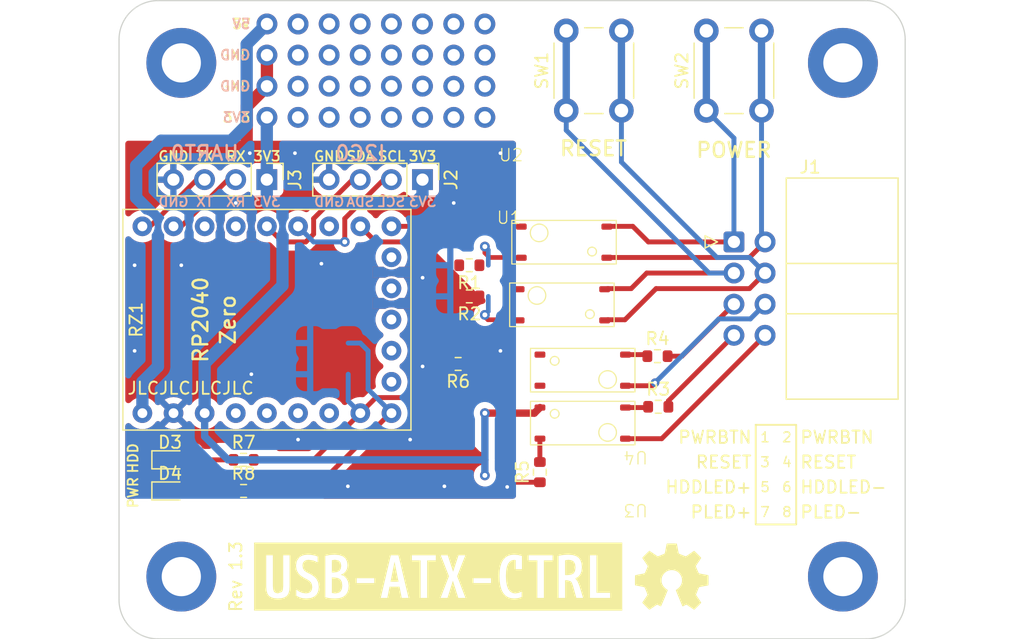
<source format=kicad_pcb>
(kicad_pcb (version 20221018) (generator pcbnew)
  (title_block (title "USB-ATX-CTRL") (date "2022-12-17") (rev "1.3"))
  (layers (0 "F.Cu" signal "Front") (31 "B.Cu" signal "Back") (34 "B.Paste" user) (35 "F.Paste" user) (36 "B.SilkS" user "B.Silkscreen") (37 "F.SilkS" user "F.Silkscreen") (38 "B.Mask" user) (39 "F.Mask" user) (44 "Edge.Cuts" user))
  (property "title" "ATX")
  (net 0 "")
  (net 1 "GND")
  (net 2 "Net-(D3-A)")
  (net 3 "Net-(D4-A)")
  (net 4 "Net-(U2-C)")
  (net 5 "Net-(U1-C)")
  (net 6 "Net-(U3-C)")
  (net 7 "Net-(U4-C)")
  (net 16 "+3.3V")
  (net 17 "/SCL")
  (net 18 "/SDA")
  (net 19 "/RX")
  (net 20 "/TX")
  (net 21 "+5V")
  (net 24 "/PWR_LED_N")
  (net 25 "/HDD_LED_N")
  (net 26 "/HDD_LED_P")
  (net 27 "/PWR_LED_P")
  (net 28 "/RST_GND")
  (net 29 "/~{POWER}")
  (net 30 "/~{RESET}")
  (net 31 "/PWR_GND")
  (net 32 "/GPIO8")
  (net 33 "/GPIO7")
  (net 34 "/GPIO15")
  (net 35 "/GPIO14")
  (footprint "" (layer "F.Cu") (at 93.98 29.850684)
    (fp_text reference "" (at 0 0) (layer "F.SilkS") (effects (font (size 1.27 1.27))))
    (fp_text value "" (at 0 0) (layer "F.SilkS") (effects (font (size 1.27 1.27))))
    (pad "" thru_hole circle locked (at 0 0) (size 1.7 1.7) (drill 1) (layers "*.Cu" "*.Mask"))
  )
  (footprint "" (layer "F.Cu") (at 101.595906 37.45882)
    (fp_text reference "" (at 0 0) (layer "F.SilkS") (effects (font (size 1.27 1.27))))
    (fp_text value "" (at 0 0) (layer "F.SilkS") (effects (font (size 1.27 1.27))))
    (pad "" thru_hole circle locked (at 0 0) (size 1.7 1.7) (drill 1) (layers "F&B.Cu" "*.Mask"))
  )
  (footprint "Resistor_SMD:R_0603_1608Metric" (layer "F.Cu") (at 89.535 67.945)
    (fp_text reference "R8" (at 0 -1.43) (layer "F.SilkS"))
    (fp_text value "560R")
    (pad "1" smd roundrect (at -0.825 0) (size 0.8 0.95) (layers "F.Cu" "F.Paste" "F.Mask") (net 3 "Net-(D4-A)"))
    (pad "2" smd roundrect (at 0.825 0) (size 0.8 0.95) (layers "F.Cu" "F.Paste" "F.Mask") (net 35 "/GPIO14"))
  )
  (footprint "" (layer "F.Cu") (at 93.98 37.465)
    (fp_text reference "" (at 0 0) (layer "F.SilkS") (effects (font (size 1.27 1.27))))
    (fp_text value "" (at 0 0) (layer "F.SilkS") (effects (font (size 1.27 1.27))))
    (pad "" thru_hole circle locked (at 0 0) (size 1.7 1.7) (drill 1) (layers "F&B.Cu" "*.Mask"))
  )
  (footprint "TestPoint:TestPoint_THTPad_D1.5mm_Drill0.7mm" (layer "F.Cu") (at 91.44 32.385)
    (fp_text reference "REF**" hide)
    (fp_text value "TestPoint_THTPad_D1.5mm_Drill0.7mm" hide)
    (pad "" thru_hole circle locked (at 0 0) (size 1.7 1.7) (drill 1) (layers "*.Cu" "*.Mask") (net 1 "GND"))
  )
  (footprint "000:TLP172GM" (layer "F.Cu") (at 121.5215 64.693 180)
    (fp_text reference "U4" (at 0 -0.5 180 unlocked) (layer "F.SilkS") (effects (font (thickness 0.1))))
    (fp_text value "TLP172GM")
    (pad "1" smd roundrect (at 0.8365 5.332 180) (size 0.867 0.504) (layers "F.Cu" "F.Paste" "F.Mask") (net 25 "/HDD_LED_N"))
    (pad "3" smd roundrect (at 0.8285 7.872 180) (size 0.883 0.504) (layers "F.Cu" "F.Paste" "F.Mask") (net 7 "Net-(U4-C)"))
    (pad "4" smd roundrect (at 7.8075 7.872 180) (size 0.883 0.504) (layers "F.Cu" "F.Paste" "F.Mask") (net 16 "+3.3V"))
    (pad "6" smd roundrect (at 7.8075 5.334 180) (size 0.883 0.5) (layers "F.Cu" "F.Paste" "F.Mask") (net 34 "/GPIO15"))
  )
  (footprint "Connector_PinHeader_2.54mm:PinHeader_1x04_P2.54mm_Vertical" (layer "F.Cu") (at 104.13 42.545 -90)
    (fp_text reference "J2" (at 0 -2.33 90) (layer "F.SilkS"))
    (fp_text value "I2C0")
    (pad "1" thru_hole rect (at 0 0 270) (size 1.7 1.7) (drill 1) (layers "*.Cu" "*.Mask") (net 16 "+3.3V"))
    (pad "2" thru_hole oval (at 0 2.54 270) (size 1.7 1.7) (drill 1) (layers "*.Cu" "*.Mask") (net 17 "/SCL"))
    (pad "3" thru_hole oval (at 0 5.08 270) (size 1.7 1.7) (drill 1) (layers "*.Cu" "*.Mask") (net 18 "/SDA"))
    (pad "4" thru_hole oval (at 0 7.62 270) (size 1.7 1.7) (drill 1) (layers "*.Cu" "*.Mask") (net 1 "GND"))
  )
  (footprint "Connector_IDC:IDC-Header_2x04_P2.54mm_Horizontal" (layer "F.Cu") (at 129.54 47.625)
    (fp_text reference "J1" (at 6.215 -6.1) (layer "F.SilkS"))
    (fp_text value "ATX")
    (pad "1" thru_hole roundrect (at 0 0) (size 1.7 1.7) (drill 1) (layers "*.Cu" "*.Mask") (roundrect_rratio 0.1470588235) (net 29 "/~{POWER}"))
    (pad "2" thru_hole circle (at 2.54 0) (size 1.7 1.7) (drill 1) (layers "*.Cu" "*.Mask") (net 31 "/PWR_GND"))
    (pad "3" thru_hole circle (at 0 2.54) (size 1.7 1.7) (drill 1) (layers "*.Cu" "*.Mask") (net 30 "/~{RESET}"))
    (pad "4" thru_hole circle (at 2.54 2.54) (size 1.7 1.7) (drill 1) (layers "*.Cu" "*.Mask") (net 28 "/RST_GND"))
    (pad "5" thru_hole circle (at 0 5.08) (size 1.7 1.7) (drill 1) (layers "*.Cu" "*.Mask") (net 26 "/HDD_LED_P"))
    (pad "6" thru_hole circle (at 2.54 5.08) (size 1.7 1.7) (drill 1) (layers "*.Cu" "*.Mask") (net 25 "/HDD_LED_N"))
    (pad "7" thru_hole circle (at 0 7.62) (size 1.7 1.7) (drill 1) (layers "*.Cu" "*.Mask") (net 27 "/PWR_LED_P"))
    (pad "8" thru_hole circle (at 2.54 7.62) (size 1.7 1.7) (drill 1) (layers "*.Cu" "*.Mask") (net 24 "/PWR_LED_N"))
  )
  (footprint "" (layer "F.Cu") (at 101.595906 32.37882)
    (fp_text reference "" (at 0 0) (layer "F.SilkS") (effects (font (size 1.27 1.27))))
    (fp_text value "" (at 0 0) (layer "F.SilkS") (effects (font (size 1.27 1.27))))
    (pad "" thru_hole circle locked (at 0 0) (size 1.7 1.7) (drill 1) (layers "F&B.Cu" "*.Mask"))
  )
  (footprint "MountingHole:MountingHole_3.2mm_M3_ISO7380_Pad" (layer "F.Cu") (at 138.43 74.93)
    (fp_text reference "REF**" hide)
    (fp_text value "MountingHole_3.2mm_M3_ISO7380_Pad")
    (pad "" thru_hole circle locked (at 0 0) (size 5.7 5.7) (drill 3.2) (layers "*.Cu" "*.Mask"))
  )
  (footprint "Resistor_SMD:R_0603_1608Metric" (layer "F.Cu") (at 123.366 61.077)
    (fp_text reference "R3" (at 0 -1.43) (layer "F.SilkS"))
    (fp_text value "560R")
    (pad "1" smd roundrect (at -0.825 0) (size 0.8 0.95) (layers "F.Cu" "F.Paste" "F.Mask") (net 6 "Net-(U3-C)"))
    (pad "2" smd roundrect (at 0.825 0) (size 0.8 0.95) (layers "F.Cu" "F.Paste" "F.Mask") (net 27 "/PWR_LED_P"))
  )
  (footprint "" (layer "F.Cu") (at 104.13057 32.37882)
    (fp_text reference "" (at 0 0) (layer "F.SilkS") (effects (font (size 1.27 1.27))))
    (fp_text value "" (at 0 0) (layer "F.SilkS") (effects (font (size 1.27 1.27))))
    (pad "" thru_hole circle locked (at 0 0) (size 1.7 1.7) (drill 1) (layers "F&B.Cu" "*.Mask"))
  )
  (footprint "TestPoint:TestPoint_THTPad_D1.5mm_Drill0.7mm" (layer "F.Cu") (at 91.44 29.845)
    (fp_text reference "REF**" hide)
    (fp_text value "TestPoint_THTPad_D1.5mm_Drill0.7mm" hide)
    (pad "" thru_hole circle locked (at 0 0) (size 1.7 1.7) (drill 1) (layers "*.Cu" "*.Mask") (net 21 "+5V"))
  )
  (footprint "" (layer "F.Cu") (at 93.98 34.925)
    (fp_text reference "" (at 0 0) (layer "F.SilkS") (effects (font (size 1.27 1.27))))
    (fp_text value "" (at 0 0) (layer "F.SilkS") (effects (font (size 1.27 1.27))))
    (pad "" thru_hole circle locked (at 0 0) (size 1.7 1.7) (drill 1) (layers "F&B.Cu" "*.Mask"))
  )
  (footprint "" (layer "F.Cu") (at 109.22 29.845)
    (fp_text reference "" (at 0 0) (layer "F.SilkS") (effects (font (size 1.27 1.27))))
    (fp_text value "" (at 0 0) (layer "F.SilkS") (effects (font (size 1.27 1.27))))
    (pad "" thru_hole circle locked (at 0 0) (size 1.7 1.7) (drill 1) (layers "F&B.Cu" "*.Mask"))
  )
  (footprint "000:TLP172GM" (layer "F.Cu") (at 121.5215 69.011 180)
    (fp_text reference "U3" (at 0 -0.5 180 unlocked) (layer "F.SilkS") (effects (font (thickness 0.1))))
    (fp_text value "TLP172GM")
    (pad "1" smd roundrect (at 0.8365 5.332 180) (size 0.867 0.504) (layers "F.Cu" "F.Paste" "F.Mask") (net 24 "/PWR_LED_N"))
    (pad "3" smd roundrect (at 0.8285 7.872 180) (size 0.883 0.504) (layers "F.Cu" "F.Paste" "F.Mask") (net 6 "Net-(U3-C)"))
    (pad "4" smd roundrect (at 7.8075 7.872 180) (size 0.883 0.504) (layers "F.Cu" "F.Paste" "F.Mask") (net 16 "+3.3V"))
    (pad "6" smd roundrect (at 7.8075 5.334 180) (size 0.883 0.5) (layers "F.Cu" "F.Paste" "F.Mask") (net 35 "/GPIO14"))
  )
  (footprint "" (layer "F.Cu") (at 106.68 32.385)
    (fp_text reference "" (at 0 0) (layer "F.SilkS") (effects (font (size 1.27 1.27))))
    (fp_text value "" (at 0 0) (layer "F.SilkS") (effects (font (size 1.27 1.27))))
    (pad "" thru_hole circle locked (at 0 0) (size 1.7 1.7) (drill 1) (layers "F&B.Cu" "*.Mask"))
  )
  (footprint "Resistor_SMD:R_0603_1608Metric" (layer "F.Cu") (at 89.535 65.405)
    (fp_text reference "R7" (at 0 -1.43) (layer "F.SilkS"))
    (fp_text value "560R")
    (pad "1" smd roundrect (at -0.825 0) (size 0.8 0.95) (layers "F.Cu" "F.Paste" "F.Mask") (net 2 "Net-(D3-A)"))
    (pad "2" smd roundrect (at 0.825 0) (size 0.8 0.95) (layers "F.Cu" "F.Paste" "F.Mask") (net 34 "/GPIO15"))
  )
  (footprint "TestPoint:TestPoint_THTPad_D1.5mm_Drill0.7mm" (layer "F.Cu") (at 91.44 37.465)
    (fp_text reference "REF**" hide)
    (fp_text value "TestPoint_THTPad_D1.5mm_Drill0.7mm" hide)
    (pad "" thru_hole circle locked (at 0 0) (size 1.7 1.7) (drill 1) (layers "*.Cu" "*.Mask") (net 16 "+3.3V"))
  )
  (footprint "Resistor_SMD:R_0603_1608Metric" (layer "F.Cu") (at 113.708 66.409 90)
    (fp_text reference "R5" (at 0 -1.43 90) (layer "F.SilkS"))
    (fp_text value "33k")
    (pad "1" smd roundrect (at -0.825 0 90) (size 0.8 0.95) (layers "F.Cu" "F.Paste" "F.Mask") (net 1 "GND"))
    (pad "2" smd roundrect (at 0.825 0 90) (size 0.8 0.95) (layers "F.Cu" "F.Paste" "F.Mask") (net 35 "/GPIO14"))
  )
  (footprint "MountingHole:MountingHole_3.2mm_M3_ISO7380_Pad" (layer "F.Cu") (at 84.455 74.93)
    (fp_text reference "REF**" hide)
    (fp_text value "MountingHole_3.2mm_M3_ISO7380_Pad")
    (pad "" thru_hole circle locked (at 0 0) (size 5.7 5.7) (drill 3.2) (layers "*.Cu" "*.Mask"))
  )
  (footprint "" (layer "F.Cu") (at 106.68 34.925)
    (fp_text reference "" (at 0 0) (layer "F.SilkS") (effects (font (size 1.27 1.27))))
    (fp_text value "" (at 0 0) (layer "F.SilkS") (effects (font (size 1.27 1.27))))
    (pad "" thru_hole circle locked (at 0 0) (size 1.7 1.7) (drill 1) (layers "F&B.Cu" "*.Mask"))
  )
  (footprint "" (layer "F.Cu") (at 99.051225 29.83882)
    (fp_text reference "" (at 0 0) (layer "F.SilkS") (effects (font (size 1.27 1.27))))
    (fp_text value "" (at 0 0) (layer "F.SilkS") (effects (font (size 1.27 1.27))))
    (pad "" thru_hole circle locked (at 0 0) (size 1.7 1.7) (drill 1) (layers "F&B.Cu" "*.Mask"))
  )
  (footprint "Resistor_SMD:R_0603_1608Metric" (layer "F.Cu") (at 107.95 52.07 180)
    (fp_text reference "R2" (at 0 -1.43 180) (layer "F.SilkS"))
    (fp_text value "560R")
    (pad "1" smd roundrect (at -0.825 0 180) (size 0.8 0.95) (layers "F.Cu" "F.Paste" "F.Mask") (net 1 "GND"))
    (pad "2" smd roundrect (at 0.825 0 180) (size 0.8 0.95) (layers "F.Cu" "F.Paste" "F.Mask") (net 5 "Net-(U1-C)"))
  )
  (footprint "" (layer "F.Cu") (at 101.595906 34.91882)
    (fp_text reference "" (at 0 0) (layer "F.SilkS") (effects (font (size 1.27 1.27))))
    (fp_text value "" (at 0 0) (layer "F.SilkS") (effects (font (size 1.27 1.27))))
    (pad "" thru_hole circle locked (at 0 0) (size 1.7 1.7) (drill 1) (layers "F&B.Cu" "*.Mask"))
  )
  (footprint "000:TLP172GM" (layer "F.Cu") (at 111.185 46.153)
    (fp_text reference "U1" (at 0 -0.5 unlocked) (layer "F.SilkS") (effects (font (thickness 0.1))))
    (fp_text value "TLP172GM")
    (pad "1" smd roundrect (at 0.8365 5.332) (size 0.867 0.504) (layers "F.Cu" "F.Paste" "F.Mask") (net 33 "/GPIO7"))
    (pad "3" smd roundrect (at 0.8285 7.872) (size 0.883 0.504) (layers "F.Cu" "F.Paste" "F.Mask") (net 5 "Net-(U1-C)"))
    (pad "4" smd roundrect (at 7.8075 7.872) (size 0.883 0.504) (layers "F.Cu" "F.Paste" "F.Mask") (net 28 "/RST_GND"))
    (pad "6" smd roundrect (at 7.8075 5.334) (size 0.883 0.5) (layers "F.Cu" "F.Paste" "F.Mask") (net 30 "/~{RESET}"))
  )
  (footprint "" (layer "F.Cu") (at 99.051225 34.91882)
    (fp_text reference "" (at 0 0) (layer "F.SilkS") (effects (font (size 1.27 1.27))))
    (fp_text value "" (at 0 0) (layer "F.SilkS") (effects (font (size 1.27 1.27))))
    (pad "" thru_hole circle locked (at 0 0) (size 1.7 1.7) (drill 1) (layers "F&B.Cu" "*.Mask"))
  )
  (footprint "TestPoint:TestPoint_THTPad_D1.5mm_Drill0.7mm" (layer "F.Cu") (at 91.44 34.925)
    (fp_text reference "REF**" hide)
    (fp_text value "TestPoint_THTPad_D1.5mm_Drill0.7mm" hide)
    (pad "" thru_hole circle locked (at 0 0) (size 1.7 1.7) (drill 1) (layers "*.Cu" "*.Mask") (net 1 "GND"))
  )
  (footprint "Resistor_SMD:R_0603_1608Metric" (layer "F.Cu") (at 107.041 57.583 180)
    (fp_text reference "R6" (at 0 -1.43) (layer "F.SilkS"))
    (fp_text value "33k")
    (pad "1" smd roundrect (at -0.825 0 180) (size 0.8 0.95) (layers "F.Cu" "F.Paste" "F.Mask") (net 1 "GND"))
    (pad "2" smd roundrect (at 0.825 0 180) (size 0.8 0.95) (layers "F.Cu" "F.Paste" "F.Mask") (net 34 "/GPIO15"))
  )
  (footprint "MountingHole:MountingHole_3.2mm_M3_ISO7380_Pad" (layer "F.Cu") (at 84.455 33.02)
    (fp_text reference "REF**" hide)
    (fp_text value "MountingHole_3.2mm_M3_ISO7380_Pad")
    (pad "" thru_hole circle locked (at 0 0) (size 5.7 5.7) (drill 3.2) (layers "*.Cu" "*.Mask"))
  )
  (footprint "" (layer "F.Cu") (at 104.13057 37.45882)
    (fp_text reference "" (at 0 0) (layer "F.SilkS") (effects (font (size 1.27 1.27))))
    (fp_text value "" (at 0 0) (layer "F.SilkS") (effects (font (size 1.27 1.27))))
    (pad "" thru_hole circle locked (at 0 0) (size 1.7 1.7) (drill 1) (layers "F&B.Cu" "*.Mask"))
  )
  (footprint "MountingHole:MountingHole_3.2mm_M3_ISO7380_Pad" (layer "F.Cu") (at 138.43 33.02)
    (fp_text reference "REF**" hide)
    (fp_text value "MountingHole_3.2mm_M3_ISO7380_Pad")
    (pad "" thru_hole circle locked (at 0 0) (size 5.7 5.7) (drill 3.2) (layers "*.Cu" "*.Mask"))
  )
  (footprint "" (layer "F.Cu") (at 99.051225 32.37882)
    (fp_text reference "" (at 0 0) (layer "F.SilkS") (effects (font (size 1.27 1.27))))
    (fp_text value "" (at 0 0) (layer "F.SilkS") (effects (font (size 1.27 1.27))))
    (pad "" thru_hole circle locked (at 0 0) (size 1.7 1.7) (drill 1) (layers "F&B.Cu" "*.Mask"))
  )
  (footprint "" (layer "F.Cu") (at 101.595906 29.83882)
    (fp_text reference "" (at 0 0) (layer "F.SilkS") (effects (font (size 1.27 1.27))))
    (fp_text value "" (at 0 0) (layer "F.SilkS") (effects (font (size 1.27 1.27))))
    (pad "" thru_hole circle locked (at 0 0) (size 1.7 1.7) (drill 1) (layers "F&B.Cu" "*.Mask"))
  )
  (footprint "Button_Switch_THT:SW_PUSH_6mm" (layer "F.Cu") (at 127.29 36.905 90)
    (fp_text reference "SW2" (at 3.25 -2 90) (layer "F.SilkS"))
    (fp_text value "POWER")
    (pad "1" thru_hole circle (at 0 0 180) (size 2 2) (drill 1.1) (layers "*.Cu" "*.Mask") (net 29 "/~{POWER}"))
    (pad "1" thru_hole circle (at 6.5 0 180) (size 2 2) (drill 1.1) (layers "*.Cu" "*.Mask") (net 29 "/~{POWER}"))
    (pad "2" thru_hole circle (at 0 4.5 180) (size 2 2) (drill 1.1) (layers "*.Cu" "*.Mask") (net 31 "/PWR_GND"))
    (pad "2" thru_hole circle (at 6.5 4.5 180) (size 2 2) (drill 1.1) (layers "*.Cu" "*.Mask") (net 31 "/PWR_GND"))
  )
  (footprint "000:RP2040-Zero" (layer "F.Cu") (at 103.19 62.975 90)
    (fp_text reference "RZ1" (at 9 -22.418 90 unlocked) (layer "F.SilkS"))
    (fp_text value "RP2040-Zero")
    (pad "1" thru_hole circle (at 16.62 -21.91 90) (size 1.6 1.6) (drill 0.8) (layers "*.Cu" "*.Mask") (net 20 "/TX"))
    (pad "2" thru_hole circle (at 16.62 -19.37 90) (size 1.6 1.6) (drill 0.8) (layers "*.Cu" "*.Mask") (net 19 "/RX"))
    (pad "3" thru_hole circle (at 16.62 -16.83 90) (size 1.6 1.6) (drill 0.8) (layers "*.Cu" "*.Mask"))
    (pad "4" thru_hole circle (at 16.62 -14.29 90) (size 1.6 1.6) (drill 0.8) (layers "*.Cu" "*.Mask"))
    (pad "5" thru_hole circle (at 16.62 -11.75 90) (size 1.6 1.6) (drill 0.8) (layers "*.Cu" "*.Mask") (net 18 "/SDA"))
    (pad "6" thru_hole circle (at 16.62 -9.21 90) (size 1.6 1.6) (drill 0.8) (layers "*.Cu" "*.Mask") (net 17 "/SCL"))
    (pad "7" thru_hole circle (at 16.62 -6.67 90) (size 1.6 1.6) (drill 0.8) (layers "*.Cu" "*.Mask"))
    (pad "8" thru_hole circle (at 16.62 -4.13 90) (size 1.6 1.6) (drill 0.8) (layers "*.Cu" "*.Mask") (net 33 "/GPIO7"))
    (pad "9" thru_hole circle (at 16.62 -1.59 90) (size 1.6 1.6) (drill 0.8) (layers "*.Cu" "*.Mask") (net 32 "/GPIO8"))
    (pad "10" thru_hole circle (at 14.097 -1.59 90) (size 1.6 1.6) (drill 0.8) (layers "*.Cu" "*.Mask"))
    (pad "11" thru_hole circle (at 11.557 -1.59 90) (size 1.6 1.6) (drill 0.8) (layers "*.Cu" "*.Mask"))
    (pad "12" thru_hole circle (at 9.017 -1.59 90) (size 1.6 1.6) (drill 0.8) (layers "*.Cu" "*.Mask"))
    (pad "13" thru_hole circle (at 6.477 -1.59 90) (size 1.6 1.6) (drill 0.8) (layers "*.Cu" "*.Mask"))
    (pad "14" thru_hole circle (at 3.937 -1.59 90) (size 1.6 1.6) (drill 0.8) (layers "*.Cu" "*.Mask"))
    (pad "15" thru_hole circle (at 1.38 -1.59 90) (size 1.6 1.6) (drill 0.8) (layers "*.Cu" "*.Mask") (net 35 "/GPIO14"))
    (pad "16" thru_hole circle (at 1.38 -4.13 90) (size 1.6 1.6) (drill 0.8) (layers "*.Cu" "*.Mask") (net 34 "/GPIO15"))
    (pad "17" thru_hole circle (at 1.38 -6.67 90) (size 1.6 1.6) (drill 0.8) (layers "*.Cu" "*.Mask"))
    (pad "18" thru_hole circle (at 1.38 -9.21 90) (size 1.6 1.6) (drill 0.8) (layers "*.Cu" "*.Mask"))
    (pad "19" thru_hole circle (at 1.38 -11.75 90) (size 1.6 1.6) (drill 0.8) (layers "*.Cu" "*.Mask"))
    (pad "20" thru_hole circle (at 1.38 -14.29 90) (size 1.6 1.6) (drill 0.8) (layers "*.Cu" "*.Mask"))
    (pad "21" thru_hole circle (at 1.38 -16.83 90) (size 1.6 1.6) (drill 0.8) (layers "*.Cu" "*.Mask") (net 16 "+3.3V"))
    (pad "22" thru_hole circle (at 1.38 -21.91 90) (size 1.6 1.6) (drill 0.8) (layers "*.Cu" "*.Mask") (net 21 "+5V"))
    (pad "23" thru_hole circle (at 1.38 -19.37 90) (size 1.6 1.6) (drill 0.8) (layers "*.Cu" "*.Mask") (net 1 "GND"))
  )
  (footprint "" (layer "F.Cu") (at 104.13057 29.83882)
    (fp_text reference "" (at 0 0) (layer "F.SilkS") (effects (font (size 1.27 1.27))))
    (fp_text value "" (at 0 0) (layer "F.SilkS") (effects (font (size 1.27 1.27))))
    (pad "" thru_hole circle locked (at 0 0) (size 1.7 1.7) (drill 1) (layers "F&B.Cu" "*.Mask"))
  )
  (footprint "" (layer "F.Cu") (at 109.22 34.925)
    (fp_text reference "" (at 0 0) (layer "F.SilkS") (effects (font (size 1.27 1.27))))
    (fp_text value "" (at 0 0) (layer "F.SilkS") (effects (font (size 1.27 1.27))))
    (pad "" thru_hole circle locked (at 0 0) (size 1.7 1.7) (drill 1) (layers "F&B.Cu" "*.Mask"))
  )
  (footprint "LOGO" (layer "F.Cu") (at 124.46 74.93)
    (fp_text reference "G1" hide)
    (fp_text value "LOGO" hide)
  )
  (footprint "" (layer "F.Cu") (at 96.516161 32.37882)
    (fp_text reference "" (at 0 0) (layer "F.SilkS") (effects (font (size 1.27 1.27))))
    (fp_text value "" (at 0 0) (layer "F.SilkS") (effects (font (size 1.27 1.27))))
    (pad "" thru_hole circle locked (at 0 0) (size 1.7 1.7) (drill 1) (layers "F&B.Cu" "*.Mask"))
  )
  (footprint "" (layer "F.Cu") (at 99.051225 37.45882)
    (fp_text reference "" (at 0 0) (layer "F.SilkS") (effects (font (size 1.27 1.27))))
    (fp_text value "" (at 0 0) (layer "F.SilkS") (effects (font (size 1.27 1.27))))
    (pad "" thru_hole circle locked (at 0 0) (size 1.7 1.7) (drill 1) (layers "F&B.Cu" "*.Mask"))
  )
  (footprint "" (layer "F.Cu") (at 93.98 32.385)
    (fp_text reference "" (at 0 0) (layer "F.SilkS") (effects (font (size 1.27 1.27))))
    (fp_text value "" (at 0 0) (layer "F.SilkS") (effects (font (size 1.27 1.27))))
    (pad "" thru_hole circle locked (at 0 0) (size 1.7 1.7) (drill 1) (layers "*.Cu" "*.Mask"))
  )
  (footprint "LED_SMD:LED_0603_1608Metric" (layer "F.Cu") (at 83.54 67.945)
    (fp_text reference "D4" (at 0 -1.43) (layer "F.SilkS"))
    (fp_text value "LED")
    (pad "1" smd roundrect (at -0.7875 0) (size 0.875 0.95) (layers "F.Cu" "F.Paste" "F.Mask") (net 1 "GND"))
    (pad "2" smd roundrect (at 0.7875 0) (size 0.875 0.95) (layers "F.Cu" "F.Paste" "F.Mask") (net 3 "Net-(D4-A)"))
  )
  (footprint "" (layer "F.Cu") (at 96.516161 29.83882)
    (fp_text reference "" (at 0 0) (layer "F.SilkS") (effects (font (size 1.27 1.27))))
    (fp_text value "" (at 0 0) (layer "F.SilkS") (effects (font (size 1.27 1.27))))
    (pad "" thru_hole circle locked (at 0 0) (size 1.7 1.7) (drill 1) (layers "F&B.Cu" "*.Mask"))
  )
  (footprint "000:TLP172GM" (layer "F.Cu") (at 111.3615 41.046)
    (fp_text reference "U2" (at 0 -0.5 unlocked) (layer "F.SilkS") (effects (font (thickness 0.1))))
    (fp_text value "TLP172GM")
    (pad "1" smd roundrect (at 0.8365 5.332) (size 0.867 0.504) (layers "F.Cu" "F.Paste" "F.Mask") (net 32 "/GPIO8"))
    (pad "3" smd roundrect (at 0.8285 7.872) (size 0.883 0.504) (layers "F.Cu" "F.Paste" "F.Mask") (net 4 "Net-(U2-C)"))
    (pad "4" smd roundrect (at 7.8075 7.872) (size 0.883 0.504) (layers "F.Cu" "F.Paste" "F.Mask") (net 31 "/PWR_GND"))
    (pad "6" smd roundrect (at 7.8075 5.334) (size 0.883 0.5) (layers "F.Cu" "F.Paste" "F.Mask") (net 29 "/~{POWER}"))
  )
  (footprint "Connector_PinHeader_2.54mm:PinHeader_1x04_P2.54mm_Vertical" (layer "F.Cu") (at 91.43 42.545 -90)
    (fp_text reference "J3" (at 0 -2.296 90) (layer "F.SilkS"))
    (fp_text value "UART0")
    (pad "1" thru_hole rect (at 0 0 270) (size 1.7 1.7) (drill 1) (layers "*.Cu" "*.Mask") (net 16 "+3.3V"))
    (pad "2" thru_hole oval (at 0 2.54 270) (size 1.7 1.7) (drill 1) (layers "*.Cu" "*.Mask") (net 19 "/RX"))
    (pad "3" thru_hole oval (at 0 5.08 270) (size 1.7 1.7) (drill 1) (layers "*.Cu" "*.Mask") (net 20 "/TX"))
    (pad "4" thru_hole oval (at 0 7.62 270) (size 1.7 1.7) (drill 1) (layers "*.Cu" "*.Mask") (net 1 "GND"))
  )
  (footprint "" (layer "F.Cu") (at 109.22 32.385)
    (fp_text reference "" (at 0 0) (layer "F.SilkS") (effects (font (size 1.27 1.27))))
    (fp_text value "" (at 0 0) (layer "F.SilkS") (effects (font (size 1.27 1.27))))
    (pad "" thru_hole circle locked (at 0 0) (size 1.7 1.7) (drill 1) (layers "F&B.Cu" "*.Mask"))
  )
  (footprint "" (layer "F.Cu") (at 104.13057 34.91882)
    (fp_text reference "" (at 0 0) (layer "F.SilkS") (effects (font (size 1.27 1.27))))
    (fp_text value "" (at 0 0) (layer "F.SilkS") (effects (font (size 1.27 1.27))))
    (pad "" thru_hole circle locked (at 0 0) (size 1.7 1.7) (drill 1) (layers "F&B.Cu" "*.Mask"))
  )
  (footprint "Button_Switch_THT:SW_PUSH_6mm" (layer "F.Cu") (at 115.86 36.905 90)
    (fp_text reference "SW1" (at 3.25 -2 90) (layer "F.SilkS"))
    (fp_text value "RESET")
    (pad "1" thru_hole circle (at 0 0 180) (size 2 2) (drill 1.1) (layers "*.Cu" "*.Mask") (net 30 "/~{RESET}"))
    (pad "1" thru_hole circle (at 6.5 0 180) (size 2 2) (drill 1.1) (layers "*.Cu" "*.Mask") (net 30 "/~{RESET}"))
    (pad "2" thru_hole circle (at 0 4.5 180) (size 2 2) (drill 1.1) (layers "*.Cu" "*.Mask") (net 28 "/RST_GND"))
    (pad "2" thru_hole circle (at 6.5 4.5 180) (size 2 2) (drill 1.1) (layers "*.Cu" "*.Mask") (net 28 "/RST_GND"))
  )
  (footprint "" (layer "F.Cu") (at 106.68 29.845)
    (fp_text reference "" (at 0 0) (layer "F.SilkS") (effects (font (size 1.27 1.27))))
    (fp_text value "" (at 0 0) (layer "F.SilkS") (effects (font (size 1.27 1.27))))
    (pad "" thru_hole circle locked (at 0 0) (size 1.7 1.7) (drill 1) (layers "F&B.Cu" "*.Mask"))
  )
  (footprint "LED_SMD:LED_0603_1608Metric" (layer "F.Cu") (at 83.54 65.405)
    (fp_text reference "D3" (at 0 -1.43) (layer "F.SilkS"))
    (fp_text value "LED")
    (pad "1" smd roundrect (at -0.7875 0) (size 0.875 0.95) (layers "F.Cu" "F.Paste" "F.Mask") (net 1 "GND"))
    (pad "2" smd roundrect (at 0.7875 0) (size 0.875 0.95) (layers "F.Cu" "F.Paste" "F.Mask") (net 2 "Net-(D3-A)"))
  )
  (footprint "" (layer "F.Cu") (at 96.516161 37.45882)
    (fp_text reference "" (at 0 0) (layer "F.SilkS") (effects (font (size 1.27 1.27))))
    (fp_text value "" (at 0 0) (layer "F.SilkS") (effects (font (size 1.27 1.27))))
    (pad "" thru_hole circle locked (at 0 0) (size 1.7 1.7) (drill 1) (layers "F&B.Cu" "*.Mask"))
  )
  (footprint "" (layer "F.Cu") (at 96.516161 34.91882)
    (fp_text reference "" (at 0 0) (layer "F.SilkS") (effects (font (size 1.27 1.27))))
    (fp_text value "" (at 0 0) (layer "F.SilkS") (effects (font (size 1.27 1.27))))
    (pad "" thru_hole circle locked (at 0 0) (size 1.7 1.7) (drill 1) (layers "F&B.Cu" "*.Mask"))
  )
  (footprint "Resistor_SMD:R_0603_1608Metric" (layer "F.Cu") (at 123.303 56.948)
    (fp_text reference "R4" (at 0 -1.43) (layer "F.SilkS"))
    (fp_text value "560R")
    (pad "1" smd roundrect (at -0.825 0) (size 0.8 0.95) (layers "F.Cu" "F.Paste" "F.Mask") (net 7 "Net-(U4-C)"))
    (pad "2" smd roundrect (at 0.825 0) (size 0.8 0.95) (layers "F.Cu" "F.Paste" "F.Mask") (net 26 "/HDD_LED_P"))
  )
  (footprint "" (layer "F.Cu") (at 109.22 37.465)
    (fp_text reference "" (at 0 0) (layer "F.SilkS") (effects (font (size 1.27 1.27))))
    (fp_text value "" (at 0 0) (layer "F.SilkS") (effects (font (size 1.27 1.27))))
    (pad "" thru_hole circle locked (at 0 0) (size 1.7 1.7) (drill 1) (layers "F&B.Cu" "*.Mask"))
  )
  (footprint "kibuzzard-639AEF10" (layer "F.Cu") (at 105.41 74.93)
    (fp_text reference "kibuzzard-639AEF10" hide)
    (fp_text value "G***" hide)
  )
  (footprint "Resistor_SMD:R_0603_1608Metric" (layer "F.Cu") (at 107.95 49.53 180)
    (fp_text reference "R1" (at 0 -1.43 180) (layer "F.SilkS"))
    (fp_text value "560R")
    (pad "1" smd roundrect (at -0.825 0 180) (size 0.8 0.95) (layers "F.Cu" "F.Paste" "F.Mask") (net 1 "GND"))
    (pad "2" smd roundrect (at 0.825 0 180) (size 0.8 0.95) (layers "F.Cu" "F.Paste" "F.Mask") (net 4 "Net-(U2-C)"))
  )
  (footprint "" (layer "F.Cu") (at 106.68 37.465)
    (fp_text reference "" (at 0 0) (layer "F.SilkS") (effects (font (size 1.27 1.27))))
    (fp_text value "" (at 0 0) (layer "F.SilkS") (effects (font (size 1.27 1.27))))
    (pad "" thru_hole circle locked (at 0 0) (size 1.7 1.7) (drill 1) (layers "F&B.Cu" "*.Mask"))
  )
  (gr_rect (start 131.318 62.5475) (end 134.62 70.6755) (stroke (width 0.15)) (fill none) (layer "F.SilkS"))
  (gr_arc (start 82.55 80.01) (mid 80.304936 79.080064) (end 79.375 76.835) (stroke (width 0.1)) (layer "Edge.Cuts"))
  (gr_line (start 82.55 80.01) (end 140.335 80.01) (stroke (width 0.1)) (layer "Edge.Cuts"))
  (gr_line (start 79.375 31.115) (end 79.375 76.835) (stroke (width 0.1)) (layer "Edge.Cuts"))
  (gr_arc (start 79.375 31.115) (mid 80.304936 28.869936) (end 82.55 27.94) (stroke (width 0.1)) (layer "Edge.Cuts"))
  (gr_line (start 82.55 27.94) (end 140.335 27.94) (stroke (width 0.1)) (layer "Edge.Cuts"))
  (gr_arc (start 143.51 76.835) (mid 142.580064 79.080064) (end 140.335 80.01) (stroke (width 0.1)) (layer "Edge.Cuts"))
  (gr_arc (start 140.335 27.94) (mid 142.580064 28.869936) (end 143.51 31.115) (stroke (width 0.1)) (layer "Edge.Cuts"))
  (gr_line (start 143.51 31.115) (end 143.51 76.835) (stroke (width 0.1)) (layer "Edge.Cuts"))
  (gr_text "GND" (at 90.17 32.385) (layer "B.SilkS") (effects (font (size 0.8 0.8)) (justify left mirror)))
  (gr_text "GND" (at 83.82 44.3484) (layer "B.SilkS") (effects (font (size 0.8 0.8)) (justify mirror)))
  (gr_text "3V3" (at 104.14 44.3484) (layer "B.SilkS") (effects (font (size 0.8 0.8)) (justify mirror)))
  (gr_text "GND" (at 90.17 34.925) (layer "B.SilkS") (effects (font (size 0.8 0.8)) (justify left mirror)))
  (gr_text "TX" (at 86.36 44.3484) (layer "B.SilkS") (effects (font (size 0.8 0.8)) (justify mirror)))
  (gr_text "SCL" (at 101.6 44.3484) (layer "B.SilkS") (effects (font (size 0.8 0.8)) (justify mirror)))
  (gr_text "UART0" (at 86.36 40.386) (layer "B.SilkS") (effects (font (size 1.2 1.2) (thickness 0.2)) (justify mirror)))
  (gr_text "RX" (at 88.9 44.3484) (layer "B.SilkS") (effects (font (size 0.8 0.8)) (justify mirror)))
  (gr_text "GND" (at 96.52 44.3484) (layer "B.SilkS") (effects (font (size 0.8 0.8)) (justify mirror)))
  (gr_text "I2C0" (at 99.06 40.386) (layer "B.SilkS") (effects (font (size 1.2 1.2) (thickness 0.2)) (justify mirror)))
  (gr_text "SDA" (at 99.06 44.3484) (layer "B.SilkS") (effects (font (size 0.8 0.8)) (justify mirror)))
  (gr_text "3V3" (at 90.17 37.465) (layer "B.SilkS") (effects (font (size 0.8 0.8)) (justify left mirror)))
  (gr_text "3V3" (at 91.44 44.3484) (layer "B.SilkS") (effects (font (size 0.8 0.8)) (justify mirror)))
  (gr_text "5V" (at 90.17 29.845) (layer "B.SilkS") (effects (font (size 0.8 0.8)) (justify left mirror)))
  (gr_text "GND" (at 96.52 40.64) (layer "F.SilkS") (effects (font (size 0.8 0.8))))
  (gr_text "RESET" (at 131.064 65.5955) (layer "F.SilkS") (effects (font (size 1 1)) (justify right)))
  (gr_text "1" (at 132.08 63.5635) (layer "F.SilkS") (effects (font (size 0.8 0.8) (thickness 0.12))))
  (gr_text "JLCJLCJLCJLC" (at 85.217 59.563) (layer "F.SilkS") (effects (font (size 1 1))))
  (gr_text "SCL" (at 101.6 40.64) (layer "F.SilkS") (effects (font (size 0.8 0.8))))
  (gr_text "HDD" (at 80.518 65.278 90) (layer "F.SilkS") (effects (font (size 0.8 0.8))))
  (gr_text "TX" (at 86.36 40.64) (layer "F.SilkS") (effects (font (size 0.8 0.8))))
  (gr_text "5V" (at 90.17 29.845) (layer "F.SilkS") (effects (font (size 0.8 0.8)) (justify right)))
  (gr_text "GND" (at 90.17 32.385) (layer "F.SilkS") (effects (font (size 0.8 0.8)) (justify right)))
  (gr_text "3V3" (at 104.14 40.639999) (layer "F.SilkS") (effects (font (size 0.8 0.8))))
  (gr_text "POWER" (at 129.54 40.132) (layer "F.SilkS") (effects (font (size 1.2 1.2) (thickness 0.2))))
  (gr_text "GND" (at 83.82 40.64) (layer "F.SilkS") (effects (font (size 0.8 0.8))))
  (gr_text "2" (at 133.858 63.5635) (layer "F.SilkS") (effects (font (size 0.8 0.8) (thickness 0.12))))
  (gr_text "RESET" (at 134.874 65.5955) (layer "F.SilkS") (effects (font (size 1 1)) (justify left)))
  (gr_text "GND" (at 90.17 34.925) (layer "F.SilkS") (effects (font (size 0.8 0.8)) (justify right)))
  (gr_text "PWRBTN" (at 134.874 63.5635) (layer "F.SilkS") (effects (font (size 1 1)) (justify left)))
  (gr_text "RP2040\n " (at 86.995 53.975 90) (layer "F.SilkS") (effects (font (size 1.2 1.2) (thickness 0.2))))
  (gr_text "3" (at 132.08 65.5955) (layer "F.SilkS") (effects (font (size 0.8 0.8) (thickness 0.12))))
  (gr_text "PWRBTN" (at 131.064 63.5635) (layer "F.SilkS") (effects (font (size 1 1)) (justify right)))
  (gr_text "4" (at 133.858 65.5955) (layer "F.SilkS") (effects (font (size 0.8 0.8) (thickness 0.12))))
  (gr_text "RESET" (at 118.074 40.005) (layer "F.SilkS") (effects (font (size 1.2 1.2) (thickness 0.2))))
  (gr_text "PWR" (at 80.518 68.072 90) (layer "F.SilkS") (effects (font (size 0.8 0.8))))
  (gr_text "RX" (at 88.9 40.64) (layer "F.SilkS") (effects (font (size 0.8 0.8))))
  (gr_text "Rev ${REVISION}" (at 88.9 74.93 90) (layer "F.SilkS") (effects (font (size 1 1))))
  (gr_text "5" (at 132.08 67.6275) (layer "F.SilkS") (effects (font (size 0.8 0.8) (thickness 0.12))))
  (gr_text "3V3" (at 91.44 40.64) (layer "F.SilkS") (effects (font (size 0.8 0.8))))
  (gr_text "SDA" (at 99.06 40.64) (layer "F.SilkS") (effects (font (size 0.8 0.8))))
  (gr_text "HDDLED+" (at 131.064 67.6275) (layer "F.SilkS") (effects (font (size 1 1)) (justify right)))
  (gr_text "3V3" (at 90.17 37.465) (layer "F.SilkS") (effects (font (size 0.8 0.8)) (justify right)))
  (gr_text "PLED-" (at 134.874 69.6595) (layer "F.SilkS") (effects (font (size 1 1)) (justify left)))
  (gr_text "HDDLED-" (at 134.874 67.6275) (layer "F.SilkS") (effects (font (size 1 1)) (justify left)))
  (gr_text "8" (at 133.858 69.6595) (layer "F.SilkS") (effects (font (size 0.8 0.8) (thickness 0.12))))
  (gr_text "7" (at 132.08 69.6595) (layer "F.SilkS") (effects (font (size 0.8 0.8) (thickness 0.12))))
  (gr_text "6" (at 133.858 67.6275) (layer "F.SilkS") (effects (font (size 0.8 0.8) (thickness 0.12))))
  (gr_text "Zero" (at 88.265 53.975 90) (layer "F.SilkS") (effects (font (size 1.2 1.2) (thickness 0.2))))
  (gr_text "PLED+" (at 131.064 69.6595) (layer "F.SilkS") (effects (font (size 1 1)) (justify right)))
  (segment (start 91.44 34.925) (end 91.44 32.385) (width 1) (layer "F.Cu") (net 1))
  (segment (start 111.423 67.234) (end 113.708 67.234) (width 0.4) (layer "F.Cu") (net 1))
  (segment (start 109.22 48.006) (end 109.22 48.514) (width 0.381) (layer "F.Cu") (net 1))
  (segment (start 89.789 40.132) (end 89.789 36.576) (width 1) (layer "F.Cu") (net 1))
  (segment (start 111.041 67.616) (end 111.423 67.234) (width 0.4) (layer "F.Cu") (net 1))
  (segment (start 109.601 48.895) (end 110.635 48.895) (width 0.381) (layer "F.Cu") (net 1))
  (segment (start 109.22 48.514) (end 109.601 48.895) (width 0.381) (layer "F.Cu") (net 1))
  (segment (start 89.789 36.576) (end 91.44 34.925) (width 1) (layer "F.Cu") (net 1))
  (via (at 90.17 58.42) (size 0.7) (drill 0.3) (layers "F.Cu" "B.Cu") (net 1))
  (via (at 93.726 40.386) (size 0.7) (drill 0.3) (layers "F.Cu" "B.Cu") (net 1))
  (via (at 109.22 48.006) (size 0.8) (drill 0.4) (layers "F.Cu" "B.Cu") (net 1))
  (via (at 103.124 63.754) (size 0.7) (drill 0.3) (layers "F.Cu" "B.Cu") (net 1))
  (via (at 106.68 44.45) (size 0.7) (drill 0.3) (layers "F.Cu" "B.Cu") (net 1))
  (via (at 111.041 67.616) (size 0.7) (drill 0.3) (layers "F.Cu" "B.Cu") (net 1))
  (via (at 93.98 63.754) (size 0.7) (drill 0.3) (layers "F.Cu" "B.Cu") (net 1))
  (via (at 110.49 56.515) (size 0.7) (drill 0.3) (layers "F.Cu" "B.Cu") (net 1))
  (via (at 90.043 40.386) (size 0.7) (drill 0.3) (layers "F.Cu" "B.Cu") (net 1))
  (via (at 110.49 40.386) (size 0.7) (drill 0.3) (layers "F.Cu" "B.Cu") (net 1))
  (via (at 88.9 44.45) (size 0.7) (drill 0.3) (layers "F.Cu" "B.Cu") (net 1))
  (via (at 104.14 57.785) (size 0.7) (drill 0.3) (layers "F.Cu" "B.Cu") (net 1))
  (via (at 104.14 50.546) (size 0.7) (drill 0.3) (layers "F.Cu" "B.Cu") (net 1))
  (via (at 80.645 49.53) (size 0.7) (drill 0.3) (layers "F.Cu" "B.Cu") (net 1))
  (via (at 84.455 49.53) (size 0.7) (drill 0.3) (layers "F.Cu" "B.Cu") (net 1))
  (via (at 95.885 49.403) (size 0.7) (drill 0.3) (layers "F.Cu" "B.Cu") (net 1))
  (via (at 80.645 56.515) (size 0.7) (drill 0.3) (layers "F.Cu" "B.Cu") (net 1))
  (via (at 98.044 67.564) (size 0.7) (drill 0.3) (layers "F.Cu" "B.Cu") (net 1))
  (via (at 105.918 67.564) (size 0.7) (drill 0.3) (layers "F.Cu" "B.Cu") (net 1))
  (segment (start 109.22 48.006) (end 109.5 48.286) (width 0.381) (layer "B.Cu") (net 1))
  (segment (start 109.5 48.286) (end 109.5 49.53) (width 0.381) (layer "B.Cu") (net 1))
  (segment (start 85.0275 65.405) (end 87.985 65.405) (width 0.4) (layer "F.Cu") (net 2))
  (segment (start 85.0275 67.945) (end 87.985 67.945) (width 0.4) (layer "F.Cu") (net 3))
  (segment (start 109.22 53.578) (end 109.22 53.721) (width 0.381) (layer "F.Cu") (net 5))
  (segment (start 109.474 53.975) (end 110.635 53.975) (width 0.381) (layer "F.Cu") (net 5))
  (segment (start 109.22 53.721) (end 109.474 53.975) (width 0.381) (layer "F.Cu") (net 5))
  (via (at 109.22 53.578) (size 0.8) (drill 0.4) (layers "F.Cu" "B.Cu") (net 5))
  (segment (start 109.22 53.578) (end 109.5 53.298) (width 0.381) (layer "B.Cu") (net 5))
  (segment (start 109.5 53.298) (end 109.5 52.07) (width 0.381) (layer "B.Cu") (net 5))
  (segment (start 120.693 61.139) (end 122.479 61.139) (width 0.4) (layer "F.Cu") (net 6))
  (segment (start 122.479 61.139) (end 122.541 61.077) (width 0.4) (layer "F.Cu") (net 6))
  (segment (start 122.351 56.821) (end 122.478 56.948) (width 0.4) (layer "F.Cu") (net 7))
  (segment (start 120.693 56.821) (end 122.351 56.821) (width 0.4) (layer "F.Cu") (net 7))
  (segment (start 113.258 61.595) (end 113.714 61.139) (width 0.6) (layer "F.Cu") (net 16))
  (segment (start 109.22 61.595) (end 113.258 61.595) (width 0.6) (layer "F.Cu") (net 16))
  (via (at 109.22 66.675) (size 0.8) (drill 0.4) (layers "F.Cu" "B.Cu") (net 16))
  (via (at 109.22 61.595) (size 0.8) (drill 0.4) (layers "F.Cu" "B.Cu") (net 16))
  (segment (start 86.36 63.5) (end 86.36 61.5) (width 0.6) (layer "B.Cu") (net 16))
  (segment (start 92.71 47.498) (end 92.71 51.181) (width 1) (layer "B.Cu") (net 16))
  (segment (start 88.265 65.405) (end 86.36 63.5) (width 0.6) (layer "B.Cu") (net 16))
  (segment (start 91.43 44.44) (end 91.44 44.45) (width 1) (layer "B.Cu") (net 16))
  (segment (start 109.22 65.405) (end 88.265 65.405) (width 0.6) (layer "B.Cu") (net 16))
  (segment (start 92.71 51.181) (end 86.36 57.531) (width 1) (layer "B.Cu") (net 16))
  (segment (start 92.71 44.45) (end 92.71 45.085) (width 1) (layer "B.Cu") (net 16))
  (segment (start 104.13 43.825) (end 104.13 42.545) (width 1) (layer "B.Cu") (net 16))
  (segment (start 91.44 37.465) (end 91.43 37.475) (width 1) (layer "B.Cu") (net 16))
  (segment (start 91.44 44.45) (end 103.505 44.45) (width 1) (layer "B.Cu") (net 16))
  (segment (start 91.43 42.545) (end 91.43 44.44) (width 1) (layer "B.Cu") (net 16))
  (segment (start 103.505 44.45) (end 104.13 43.825) (width 1) (layer "B.Cu") (net 16))
  (segment (start 109.22 66.675) (end 109.22 61.595) (width 0.6) (layer "B.Cu") (net 16))
  (segment (start 91.43 37.475) (end 91.43 42.545) (width 1) (layer "B.Cu") (net 16))
  (segment (start 86.36 57.531) (end 86.36 61.5) (width 1) (layer "B.Cu") (net 16))
  (segment (start 100.965 42.545) (end 101.59 42.545) (width 0.4) (layer "F.Cu") (net 17))
  (segment (start 97.79 45.72) (end 100.965 42.545) (width 0.4) (layer "F.Cu") (net 17))
  (segment (start 97.79 47.625) (end 97.79 45.72) (width 0.4) (layer "F.Cu") (net 17))
  (via (at 97.79 47.625) (size 0.8) (drill 0.4) (layers "F.Cu" "B.Cu") (net 17))
  (segment (start 95.25 47.625) (end 93.98 46.355) (width 0.4) (layer "B.Cu") (net 17))
  (segment (start 97.79 47.625) (end 95.25 47.625) (width 0.4) (layer "B.Cu") (net 17))
  (segment (start 94.615 47.625) (end 95.25 46.99) (width 0.4) (layer "F.Cu") (net 18))
  (segment (start 95.25 45.72) (end 98.425 42.545) (width 0.4) (layer "F.Cu") (net 18))
  (segment (start 95.25 46.99) (end 95.25 45.72) (width 0.4) (layer "F.Cu") (net 18))
  (segment (start 92.71 47.625) (end 94.615 47.625) (width 0.4) (layer "F.Cu") (net 18))
  (segment (start 98.425 42.545) (end 99.05 42.545) (width 0.4) (layer "F.Cu") (net 18))
  (segment (start 91.44 46.355) (end 92.71 47.625) (width 0.4) (layer "F.Cu") (net 18))
  (segment (start 83.82 46.26) (end 84.55 46.26) (width 0.4) (layer "F.Cu") (net 19))
  (segment (start 88.265 42.545) (end 88.89 42.545) (width 0.4) (layer "F.Cu") (net 19))
  (segment (start 84.55 46.26) (end 88.265 42.545) (width 0.4) (layer "F.Cu") (net 19))
  (segment (start 82.005 46.26) (end 85.72 42.545) (width 0.4) (layer "F.Cu") (net 20))
  (segment (start 85.72 42.545) (end 86.35 42.545) (width 0.4) (layer "F.Cu") (net 20))
  (segment (start 81.28 46.26) (end 82.005 46.26) (width 0.4) (layer "F.Cu") (net 20))
  (segment (start 82.55 47.498) (end 82.55 57.785) (width 1) (layer "B.Cu") (net 21))
  (segment (start 89.789 38.1) (end 88.519 39.37) (width 1) (layer "B.Cu") (net 21))
  (segment (start 89.789 31.496) (end 89.789 38.1) (width 1) (layer "B.Cu") (net 21))
  (segment (start 80.772 44.0182) (end 81.5848 44.831) (width 1) (layer "B.Cu") (net 21))
  (segment (start 82.804 39.37) (end 80.772 41.402) (width 1) (layer "B.Cu") (net 21))
  (segment (start 82.55 57.785) (end 81.28 59.055) (width 1) (layer "B.Cu") (net 21))
  (segment (start 81.28 59.055) (end 81.28 61.5) (width 1) (layer "B.Cu") (net 21))
  (segment (start 91.44 29.845) (end 89.789 31.496) (width 1) (layer "B.Cu") (net 21))
  (segment (start 80.772 41.402) (end 80.772 44.0182) (width 1) (layer "B.Cu") (net 21))
  (segment (start 88.519 39.37) (end 82.804 39.37) (width 1) (layer "B.Cu") (net 21))
  (segment (start 123.646 63.679) (end 132.08 55.245) (width 0.4) (layer "F.Cu") (net 24))
  (segment (start 120.685 63.679) (end 123.646 63.679) (width 0.4) (layer "F.Cu") (net 24))
  (segment (start 120.685 59.361) (end 122.852 59.361) (width 0.4) (layer "F.Cu") (net 25))
  (segment (start 122.852 59.361) (end 123.106 59.107) (width 0.4) (layer "F.Cu") (net 25))
  (via (at 123.106 59.107) (size 0.7) (drill 0.3) (layers "F.Cu" "B.Cu") (net 25))
  (segment (start 128.308 53.905) (end 130.88 53.905) (width 0.4) (layer "B.Cu") (net 25))
  (segment (start 130.88 53.905) (end 132.08 52.705) (width 0.4) (layer "B.Cu") (net 25))
  (segment (start 123.106 59.107) (end 128.308 53.905) (width 0.4) (layer "B.Cu") (net 25))
  (segment (start 124.128 56.948) (end 125.297 56.948) (width 0.4) (layer "F.Cu") (net 26))
  (segment (start 125.297 56.948) (end 129.54 52.705) (width 0.4) (layer "F.Cu") (net 26))
  (segment (start 124.191 60.594) (end 129.54 55.245) (width 0.4) (layer "F.Cu") (net 27))
  (segment (start 124.191 61.077) (end 124.191 60.594) (width 0.4) (layer "F.Cu") (net 27))
  (segment (start 130.81 51.435) (end 123.19 51.435) (width 0.4) (layer "F.Cu") (net 28))
  (segment (start 120.65 53.975) (end 119.235 53.975) (width 0.4) (layer "F.Cu") (net 28))
  (segment (start 132.08 50.165) (end 130.81 51.435) (width 0.4) (layer "F.Cu") (net 28))
  (segment (start 123.19 51.435) (end 120.65 53.975) (width 0.4) (layer "F.Cu") (net 28))
  (segment (start 130.81 48.895) (end 128.143 48.895) (width 0.4) (layer "B.Cu") (net 28))
  (segment (start 128.143 48.895) (end 120.36 41.112) (width 0.4) (layer "B.Cu") (net 28))
  (segment (start 132.08 50.165) (end 130.81 48.895) (width 0.4) (layer "B.Cu") (net 28))
  (segment (start 120.36 30.405) (end 120.36 36.905) (width 0.6) (layer "B.Cu") (net 28))
  (segment (start 120.36 41.112) (end 120.36 36.905) (width 0.4) (layer "B.Cu") (net 28))
  (segment (start 119.253 46.355) (end 121.285 46.355) (width 0.4) (layer "F.Cu") (net 29))
  (segment (start 121.285 46.355) (end 122.555 47.625) (width 0.4) (layer "F.Cu") (net 29))
  (segment (start 122.555 47.625) (end 129.54 47.625) (width 0.4) (layer "F.Cu") (net 29))
  (segment (start 129.54 47.625) (end 129.54 39.155) (width 0.4) (layer "B.Cu") (net 29))
  (segment (start 129.54 39.155) (end 127.29 36.905) (width 0.4) (layer "B.Cu") (net 29))
  (segment (start 127.29 30.405) (end 127.29 36.905) (width 0.6) (layer "B.Cu") (net 29))
  (segment (start 121.158 51.435) (end 119.235 51.435) (width 0.4) (layer "F.Cu") (net 30))
  (segment (start 122.428 50.165) (end 121.158 51.435) (width 0.4) (layer "F.Cu") (net 30))
  (segment (start 129.54 50.165) (end 122.428 50.165) (width 0.4) (layer "F.Cu") (net 30))
  (segment (start 127.508 50.165) (end 129.54 50.165) (width 0.4) (layer "B.Cu") (net 30))
  (segment (start 115.86 30.405) (end 115.86 36.905) (width 0.6) (layer "B.Cu") (net 30))
  (segment (start 115.86 36.905) (end 115.86 38.517) (width 0.4) (layer "B.Cu") (net 30))
  (segment (start 115.86 38.517) (end 127.508 50.165) (width 0.4) (layer "B.Cu") (net 30))
  (segment (start 130.81 48.895) (end 132.08 47.625) (width 0.4) (layer "F.Cu") (net 31))
  (segment (start 119.235 48.895) (end 130.81 48.895) (width 0.4) (layer "F.Cu") (net 31))
  (segment (start 131.79 47.335) (end 132.08 47.625) (width 0.4) (layer "B.Cu") (net 31))
  (segment (start 131.79 36.905) (end 131.79 47.335) (width 0.4) (layer "B.Cu") (net 31))
  (segment (start 131.79 30.405) (end 131.79 36.905) (width 0.6) (layer "B.Cu") (net 31))
  (segment (start 101.6 46.355) (end 110.635 46.355) (width 0.4) (layer "F.Cu") (net 32))
  (segment (start 99.06 46.355) (end 100.33 47.625) (width 0.4) (layer "F.Cu") (net 33))
  (segment (start 100.33 47.625) (end 105.41 47.625) (width 0.4) (layer "F.Cu") (net 33))
  (segment (start 99.06 61.595) (end 95.25 65.405) (width 0.4) (layer "F.Cu") (net 34))
  (segment (start 100.33 60.325) (end 106.889339 60.325) (width 0.4) (layer "F.Cu") (net 34))
  (segment (start 99.06 61.595) (end 100.33 60.325) (width 0.4) (layer "F.Cu") (net 34))
  (segment (start 95.25 65.405) (end 91.085 65.405) (width 0.4) (layer "F.Cu") (net 34))
  (segment (start 99.06 61.595) (end 98.07 60.605) (width 0.4) (layer "B.Cu") (net 34))
  (segment (start 98.07 60.605) (end 98.07 58.42) (width 0.4) (layer "B.Cu") (net 34))
  (segment (start 95.155 67.945) (end 91.085 67.945) (width 0.4) (layer "F.Cu") (net 35))
  (segment (start 101.505 61.595) (end 95.155 67.945) (width 0.4) (layer "F.Cu") (net 35))
  (segment (start 113.708 65.584) (end 113.708 63.683) (width 0.4) (layer "F.Cu") (net 35))
  (segment (start 113.708 63.683) (end 113.714 63.677) (width 0.4) (layer "F.Cu") (net 35))
  (segment (start 99.06 55.88) (end 98.07 55.88) (width 0.4) (layer "B.Cu") (net 35))
  (segment (start 99.695 59.6425) (end 99.695 56.515) (width 0.4) (layer "B.Cu") (net 35))
  (segment (start 101.6 61.5475) (end 99.695 59.6425) (width 0.4) (layer "B.Cu") (net 35))
  (segment (start 99.695 56.515) (end 99.06 55.88) (width 0.4) (layer "B.Cu") (net 35))
  (zone (net 0) (net_name "") (layer "F.Cu") (connect_pads (clearance 0)) (min_thickness 0.2)
    (keepout (tracks allowed) (vias allowed) (pads allowed) (copperpour not_allowed) (footprints allowed))
    (fill (thermal_gap 0.508) (thermal_bridge_width 0.508))
    (polygon (pts (xy 90.805 68.961) (xy 82.55 68.961) (xy 82.55 64.516) (xy 90.805 64.516)))
  )
  (zone (net 1) (net_name "GND") (layers "F&B.Cu") (priority 10) (connect_pads (clearance 0.2)) (min_thickness 0.2) (fill yes (thermal_gap 0.508) (thermal_bridge_width 0.508))
    (polygon (pts (xy 103.124 52.197) (xy 103.124 53.086) (xy 100.076 53.086) (xy 100.076 52.197)))
  )
  (zone (net 1) (net_name "GND") (layers "F&B.Cu") (priority 10) (connect_pads (clearance 0.2)) (min_thickness 0.2) (fill yes (thermal_gap 0.508) (thermal_bridge_width 0.508))
    (polygon (pts (xy 103.124 49.657) (xy 103.124 50.546) (xy 100.076 50.546) (xy 100.076 49.657)))
  )
  (zone (net 1) (net_name "GND") (layers "F&B.Cu") (name "GND plane") (priority 2) (connect_pads (clearance 0.508)) (min_thickness 0.508) (fill yes (thermal_gap 0.508) (thermal_bridge_width 0.508))
    (polygon (pts (xy 111.76 68.58) (xy 79.375 68.58) (xy 79.375 39.37) (xy 111.76 39.37)))
  )
  (zone (net 1) (net_name "GND") (layers "F&B.Cu") (priority 20) (connect_pads (clearance 0.2)) (min_thickness 0.2) (fill yes (thermal_gap 0.508) (thermal_bridge_width 0.508))
    (polygon (pts (xy 90.551 47.625) (xy 89.789 47.625) (xy 89.789 45.085) (xy 90.551 45.085)))
  )
  (zone (net 1) (net_name "GND") (layers "F&B.Cu") (priority 2) (connect_pads (clearance 0.2)) (min_thickness 0.2) (fill yes (thermal_gap 0.508) (thermal_bridge_width 0.508))
    (polygon (pts (xy 88.007675 47.640462) (xy 87.245675 47.640462) (xy 87.245675 45.100462) (xy 88.007675 45.100462)))
  )
  (zone (net 0) (net_name "") (layer "B.Cu") (connect_pads (clearance 0)) (min_thickness 0.2)
    (keepout (tracks allowed) (vias allowed) (pads allowed) (copperpour not_allowed) (footprints allowed))
    (fill (thermal_gap 0.508) (thermal_bridge_width 0.508))
    (polygon (pts (xy 109.093 53.19508) (xy 106.807 53.19508) (xy 106.807 48.41382) (xy 109.093 48.41382)))
  )
  (zone (net 0) (net_name "") (layer "B.Cu") (connect_pads (clearance 0)) (min_thickness 0.2)
    (keepout (tracks allowed) (vias allowed) (pads allowed) (copperpour not_allowed) (footprints allowed))
    (fill (thermal_gap 0.508) (thermal_bridge_width 0.508))
    (polygon (pts (xy 97.79 54.737) (xy 97.79 59.563) (xy 95.504 59.563) (xy 95.504 54.737)))
  )
  (zone (net 21) (net_name "+5V") (layer "B.Cu") (name "POWER plane") (priority 10) (connect_pads (clearance 0.2)) (min_thickness 0.2) (fill yes (thermal_gap 0.508) (thermal_bridge_width 0.508))
    (polygon (pts (xy 83.058 45.593) (xy 83.058 47.5488) (xy 82.042 47.5488) (xy 82.042 45.974) (xy 81.1784 45.1358) (xy 81.8896 44.4246)))
  )
  (zone (net 16) (net_name "+3.3V") (layer "B.Cu") (name "POWER plane") (priority 10) (connect_pads (clearance 0.2)) (min_thickness 0.2) (fill yes (thermal_gap 0.508) (thermal_bridge_width 0.508))
    (polygon (pts (xy 93.218 47.625) (xy 92.202 47.625) (xy 92.202 44.831) (xy 93.218 44.831)))
  )
  (zone (net 1) (net_name "GND") (layer "B.Cu") (priority 2) (connect_pads (clearance 0.2)) (min_thickness 0.2) (fill yes (thermal_gap 0.508) (thermal_bridge_width 0.508))
    (polygon (pts (xy 85.469051 47.625) (xy 84.707051 47.625) (xy 84.707051 45.085) (xy 85.469051 45.085)))
  )
)
</source>
